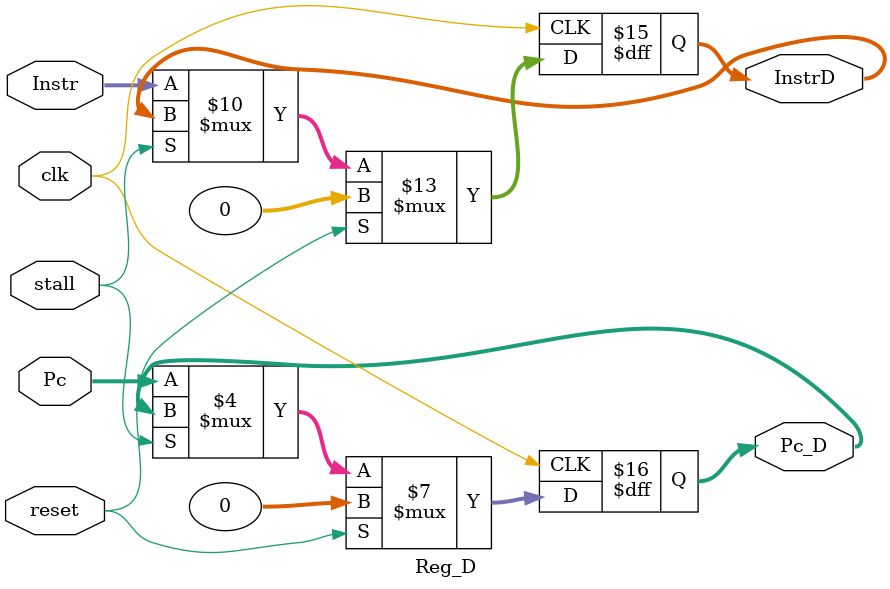
<source format=v>
`timescale 1ns / 1ps
module Reg_D(
    input reset,
	 input stall,
    input [31:0] Instr,
    input [31:0] Pc,
    input clk,
    output reg[31:0] InstrD,
    output reg[31:0] Pc_D
    );

always@(posedge clk)begin
  if(reset) begin
  InstrD<=32'h0;
  Pc_D<=32'h0;
  end
  else if(stall==0)begin
     InstrD<=Instr;
     Pc_D<=Pc;
  end
  else begin
     InstrD<=InstrD;
     Pc_D<=Pc_D;
  end
end


endmodule 
</source>
